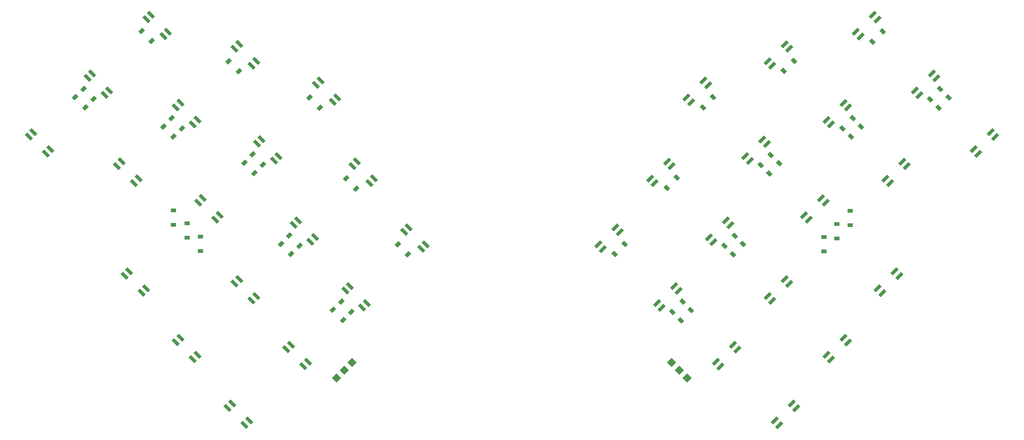
<source format=gbr>
G04 #@! TF.GenerationSoftware,KiCad,Pcbnew,(5.99.0-11349-g4025603a1f)*
G04 #@! TF.CreationDate,2022-06-14T13:32:38-04:00*
G04 #@! TF.ProjectId,eek,65656b2e-6b69-4636-9164-5f7063625858,rev?*
G04 #@! TF.SameCoordinates,Original*
G04 #@! TF.FileFunction,Paste,Bot*
G04 #@! TF.FilePolarity,Positive*
%FSLAX46Y46*%
G04 Gerber Fmt 4.6, Leading zero omitted, Abs format (unit mm)*
G04 Created by KiCad (PCBNEW (5.99.0-11349-g4025603a1f)) date 2022-06-14 13:32:38*
%MOMM*%
%LPD*%
G01*
G04 APERTURE LIST*
G04 Aperture macros list*
%AMRotRect*
0 Rectangle, with rotation*
0 The origin of the aperture is its center*
0 $1 length*
0 $2 width*
0 $3 Rotation angle, in degrees counterclockwise*
0 Add horizontal line*
21,1,$1,$2,0,0,$3*%
G04 Aperture macros list end*
%ADD10RotRect,0.900000X1.200000X225.000000*%
%ADD11R,1.200000X0.900000*%
%ADD12RotRect,1.800000X0.820000X225.000000*%
%ADD13RotRect,0.900000X1.200000X135.000000*%
%ADD14RotRect,1.800000X0.820000X135.000000*%
%ADD15RotRect,1.524000X1.524000X315.000000*%
%ADD16RotRect,1.524000X1.524000X225.000000*%
G04 APERTURE END LIST*
D10*
X165917008Y-104476455D03*
X168250460Y-102143003D03*
X177867112Y-89273659D03*
X180200564Y-86940207D03*
X188473714Y-68484720D03*
X186140262Y-70818172D03*
X204666459Y-62474312D03*
X206999911Y-60140860D03*
X227293875Y-53423345D03*
X224960423Y-55756797D03*
X179183274Y-117731726D03*
X181516726Y-115398274D03*
X193416726Y-100268274D03*
X191083274Y-102601726D03*
X199373274Y-84061726D03*
X201706726Y-81728274D03*
X218103274Y-75611726D03*
X220436726Y-73278274D03*
X240453452Y-66611548D03*
X238120000Y-68945000D03*
X183406726Y-117308274D03*
X181073274Y-119641726D03*
X192993274Y-104491726D03*
X195326726Y-102158274D03*
X201293274Y-85951726D03*
X203626726Y-83618274D03*
X220023274Y-77531726D03*
X222356726Y-75198274D03*
D11*
X213840000Y-103805000D03*
X213840000Y-100505000D03*
X216840000Y-97545000D03*
X216840000Y-100845000D03*
X219870000Y-97795000D03*
X219870000Y-94495000D03*
D12*
X218337662Y-123677233D03*
X214448574Y-127566321D03*
X215509234Y-128626981D03*
X219398322Y-124737894D03*
X206483725Y-138764062D03*
X202594637Y-142653150D03*
X203655297Y-143713810D03*
X207544385Y-139824723D03*
X179542956Y-111823294D03*
X175653868Y-115712382D03*
X176714528Y-116773042D03*
X180603616Y-112883955D03*
X238543238Y-63060504D03*
X234654150Y-66949592D03*
X235714810Y-68010252D03*
X239603898Y-64121165D03*
X204867277Y-56325311D03*
X200978189Y-60214399D03*
X202038849Y-61275059D03*
X205927937Y-57385972D03*
X231808047Y-83266079D03*
X227918959Y-87155167D03*
X228979619Y-88215827D03*
X232868707Y-84326740D03*
X225072854Y-49590120D03*
X221183766Y-53479208D03*
X222244426Y-54539868D03*
X226133514Y-50650781D03*
X213218917Y-91617717D03*
X209329829Y-95506805D03*
X210390489Y-96567465D03*
X214279577Y-92678378D03*
X193013339Y-125293678D03*
X189124251Y-129182766D03*
X190184911Y-130243426D03*
X194073999Y-126354339D03*
X204867278Y-110206848D03*
X200978190Y-114095936D03*
X202038850Y-115156596D03*
X205927938Y-111267509D03*
X218337663Y-69795695D03*
X214448575Y-73684783D03*
X215509235Y-74745443D03*
X219398323Y-70856356D03*
X191396893Y-96736463D03*
X187507805Y-100625551D03*
X188568465Y-101686211D03*
X192457553Y-97797124D03*
X252013622Y-76530887D03*
X248124534Y-80419975D03*
X249185194Y-81480635D03*
X253074282Y-77591548D03*
X199748531Y-78147333D03*
X195859443Y-82036421D03*
X196920103Y-83097081D03*
X200809191Y-79207994D03*
X177926509Y-83266079D03*
X174037421Y-87155167D03*
X175098081Y-88215827D03*
X178987169Y-84326740D03*
X230056896Y-108455698D03*
X226167808Y-112344786D03*
X227228468Y-113405446D03*
X231117556Y-109516359D03*
X166072572Y-98352910D03*
X162183484Y-102241998D03*
X163244144Y-103302658D03*
X167133232Y-99413571D03*
X186278147Y-64676949D03*
X182389059Y-68566037D03*
X183449719Y-69626697D03*
X187338807Y-65737610D03*
D13*
X44333274Y-66578274D03*
X46666726Y-68911726D03*
X66850000Y-75625000D03*
X64516548Y-73291548D03*
X91473274Y-100228274D03*
X93806726Y-102561726D03*
D11*
X68056128Y-97419861D03*
X68056128Y-100719861D03*
D13*
X62613274Y-75188274D03*
X64946726Y-77521726D03*
D11*
X64950000Y-94425000D03*
X64950000Y-97725000D03*
D13*
X44770000Y-70815000D03*
X42436548Y-68481548D03*
X81172960Y-83518274D03*
X83506412Y-85851726D03*
X83053274Y-81578274D03*
X85386726Y-83911726D03*
X91896726Y-104461726D03*
X89563274Y-102128274D03*
X96092913Y-68558203D03*
X98426365Y-70891655D03*
X59959755Y-55618149D03*
X57626303Y-53284697D03*
X104436772Y-87084401D03*
X106770224Y-89417853D03*
X77566715Y-60214343D03*
X79900167Y-62547795D03*
X118649618Y-104549938D03*
X116316166Y-102216486D03*
X101433274Y-117238274D03*
X103766726Y-119571726D03*
D11*
X71080000Y-100435000D03*
X71080000Y-103735000D03*
D13*
X105696726Y-117691726D03*
X103363274Y-115358274D03*
D10*
X242406726Y-68538274D03*
X240073274Y-70871726D03*
D14*
X82276047Y-142606427D03*
X78386959Y-138717339D03*
X77326299Y-139777999D03*
X81215386Y-143667087D03*
X95746431Y-129136041D03*
X91857343Y-125246953D03*
X90796683Y-126307613D03*
X94685770Y-130196701D03*
X50216532Y-66902866D03*
X46327444Y-63013778D03*
X45266784Y-64074438D03*
X49155871Y-67963526D03*
X83892493Y-114049211D03*
X80003405Y-110160123D03*
X78942745Y-111220783D03*
X82831832Y-115109871D03*
X36746147Y-80373251D03*
X32857059Y-76484163D03*
X31796399Y-77544823D03*
X35685486Y-81433911D03*
X89011238Y-81989697D03*
X85122150Y-78100609D03*
X84061490Y-79161269D03*
X87950577Y-83050357D03*
X70422109Y-127519595D03*
X66533021Y-123630507D03*
X65472361Y-124691167D03*
X69361448Y-128580255D03*
X75540855Y-95460081D03*
X71651767Y-91570993D03*
X70591107Y-92631653D03*
X74480194Y-96520741D03*
X70422109Y-73638060D03*
X66533021Y-69748972D03*
X65472361Y-70809632D03*
X69361448Y-74698720D03*
X97362876Y-100578827D03*
X93473788Y-96689739D03*
X92413128Y-97750399D03*
X96302215Y-101639487D03*
X56951725Y-87108443D03*
X53062637Y-83219355D03*
X52001977Y-84280015D03*
X55891064Y-88169103D03*
X109216814Y-115665658D03*
X105327726Y-111776570D03*
X104267066Y-112837230D03*
X108156153Y-116726318D03*
X63686916Y-53432482D03*
X59797828Y-49543394D03*
X58737168Y-50604054D03*
X62626255Y-54493142D03*
X83892493Y-60167674D03*
X80003405Y-56278586D03*
X78942745Y-57339246D03*
X82831832Y-61228334D03*
X110833260Y-87108443D03*
X106944172Y-83219355D03*
X105883512Y-84280015D03*
X109772599Y-88169103D03*
X58702874Y-112298061D03*
X54813786Y-108408973D03*
X53753126Y-109469633D03*
X57642213Y-113358721D03*
X122687200Y-102195273D03*
X118798112Y-98306185D03*
X117737452Y-99366845D03*
X121626539Y-103255933D03*
X102481622Y-68519313D03*
X98592534Y-64630225D03*
X97531874Y-65690885D03*
X101420961Y-69579973D03*
D15*
X102253949Y-132896051D03*
X104050000Y-131100000D03*
X105846051Y-129303949D03*
D16*
X178953949Y-129328949D03*
X180750000Y-131125000D03*
X182546051Y-132921051D03*
M02*

</source>
